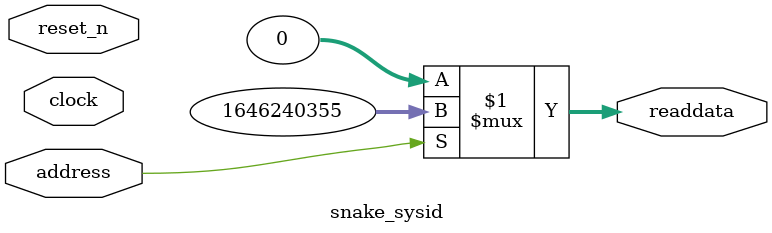
<source format=v>



// synthesis translate_off
`timescale 1ns / 1ps
// synthesis translate_on

// turn off superfluous verilog processor warnings 
// altera message_level Level1 
// altera message_off 10034 10035 10036 10037 10230 10240 10030 

module snake_sysid (
               // inputs:
                address,
                clock,
                reset_n,

               // outputs:
                readdata
             )
;

  output  [ 31: 0] readdata;
  input            address;
  input            clock;
  input            reset_n;

  wire    [ 31: 0] readdata;
  //control_slave, which is an e_avalon_slave
  assign readdata = address ? 1646240355 : 0;

endmodule



</source>
